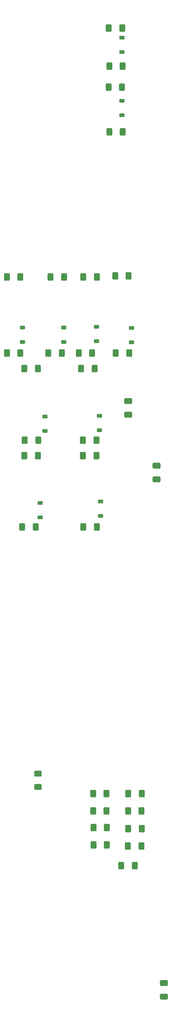
<source format=gbr>
G04 #@! TF.GenerationSoftware,KiCad,Pcbnew,7.0.8-7.0.8~ubuntu22.04.1*
G04 #@! TF.CreationDate,2023-10-22T22:59:33+09:00*
G04 #@! TF.ProjectId,QuinoaChipPlant,5175696e-6f61-4436-9869-70506c616e74,rev?*
G04 #@! TF.SameCoordinates,Original*
G04 #@! TF.FileFunction,Paste,Top*
G04 #@! TF.FilePolarity,Positive*
%FSLAX46Y46*%
G04 Gerber Fmt 4.6, Leading zero omitted, Abs format (unit mm)*
G04 Created by KiCad (PCBNEW 7.0.8-7.0.8~ubuntu22.04.1) date 2023-10-22 22:59:33*
%MOMM*%
%LPD*%
G01*
G04 APERTURE LIST*
G04 Aperture macros list*
%AMRoundRect*
0 Rectangle with rounded corners*
0 $1 Rounding radius*
0 $2 $3 $4 $5 $6 $7 $8 $9 X,Y pos of 4 corners*
0 Add a 4 corners polygon primitive as box body*
4,1,4,$2,$3,$4,$5,$6,$7,$8,$9,$2,$3,0*
0 Add four circle primitives for the rounded corners*
1,1,$1+$1,$2,$3*
1,1,$1+$1,$4,$5*
1,1,$1+$1,$6,$7*
1,1,$1+$1,$8,$9*
0 Add four rect primitives between the rounded corners*
20,1,$1+$1,$2,$3,$4,$5,0*
20,1,$1+$1,$4,$5,$6,$7,0*
20,1,$1+$1,$6,$7,$8,$9,0*
20,1,$1+$1,$8,$9,$2,$3,0*%
G04 Aperture macros list end*
%ADD10RoundRect,0.225000X0.375000X-0.225000X0.375000X0.225000X-0.375000X0.225000X-0.375000X-0.225000X0*%
%ADD11RoundRect,0.250000X0.400000X0.625000X-0.400000X0.625000X-0.400000X-0.625000X0.400000X-0.625000X0*%
%ADD12RoundRect,0.250000X-0.400000X-0.625000X0.400000X-0.625000X0.400000X0.625000X-0.400000X0.625000X0*%
%ADD13RoundRect,0.250000X0.650000X-0.412500X0.650000X0.412500X-0.650000X0.412500X-0.650000X-0.412500X0*%
%ADD14RoundRect,0.250000X-0.650000X0.412500X-0.650000X-0.412500X0.650000X-0.412500X0.650000X0.412500X0*%
%ADD15RoundRect,0.250000X-0.625000X0.400000X-0.625000X-0.400000X0.625000X-0.400000X0.625000X0.400000X0*%
G04 APERTURE END LIST*
D10*
X377358820Y-133988450D03*
X377358820Y-130688450D03*
D11*
X381899500Y-289499500D03*
X378799500Y-289499500D03*
D12*
X360400000Y-188500000D03*
X363500000Y-188500000D03*
D10*
X354500000Y-185945000D03*
X354500000Y-182645000D03*
D12*
X370699500Y-289499500D03*
X373799500Y-289499500D03*
D13*
X387000000Y-336062500D03*
X387000000Y-332937500D03*
D12*
X368400000Y-212000000D03*
X371500000Y-212000000D03*
X350900000Y-188500000D03*
X354000000Y-188500000D03*
D14*
X385300000Y-214300000D03*
X385300000Y-217425000D03*
D12*
X360900000Y-171000000D03*
X364000000Y-171000000D03*
D10*
X377358820Y-119488450D03*
X377358820Y-116188450D03*
X372400000Y-225820000D03*
X372400000Y-222520000D03*
D12*
X355000000Y-208500000D03*
X358100000Y-208500000D03*
D11*
X381899500Y-297499500D03*
X378799500Y-297499500D03*
D12*
X368400000Y-208500000D03*
X371500000Y-208500000D03*
D13*
X378800000Y-202625000D03*
X378800000Y-199500000D03*
D12*
X350900000Y-171000000D03*
X354000000Y-171000000D03*
D15*
X358000000Y-284900000D03*
X358000000Y-288000000D03*
D10*
X363925000Y-185920000D03*
X363925000Y-182620000D03*
D12*
X354900000Y-212000000D03*
X358000000Y-212000000D03*
X370799500Y-301249500D03*
X373899500Y-301249500D03*
X367400000Y-188500000D03*
X370500000Y-188500000D03*
D10*
X379500000Y-186000000D03*
X379500000Y-182700000D03*
D11*
X381849500Y-293499500D03*
X378749500Y-293499500D03*
D10*
X358500000Y-226120000D03*
X358500000Y-222820000D03*
D12*
X370799500Y-297249500D03*
X373899500Y-297249500D03*
X374272120Y-127525000D03*
X377372120Y-127525000D03*
D10*
X372144484Y-206150000D03*
X372144484Y-202850000D03*
X371500000Y-185750000D03*
X371500000Y-182450000D03*
D12*
X374322120Y-113975000D03*
X377422120Y-113975000D03*
D10*
X359600000Y-206300000D03*
X359600000Y-203000000D03*
D12*
X378699500Y-301499500D03*
X381799500Y-301499500D03*
X368450000Y-228320000D03*
X371550000Y-228320000D03*
X354400000Y-228320000D03*
X357500000Y-228320000D03*
X370699500Y-293499500D03*
X373799500Y-293499500D03*
X368450000Y-171000000D03*
X371550000Y-171000000D03*
X377199500Y-305999500D03*
X380299500Y-305999500D03*
X374422120Y-137725000D03*
X377522120Y-137725000D03*
X375794484Y-170740532D03*
X378894484Y-170740532D03*
X374422120Y-122725000D03*
X377522120Y-122725000D03*
X354900000Y-192000000D03*
X358000000Y-192000000D03*
X375900000Y-188500000D03*
X379000000Y-188500000D03*
X367950000Y-192000000D03*
X371050000Y-192000000D03*
M02*

</source>
